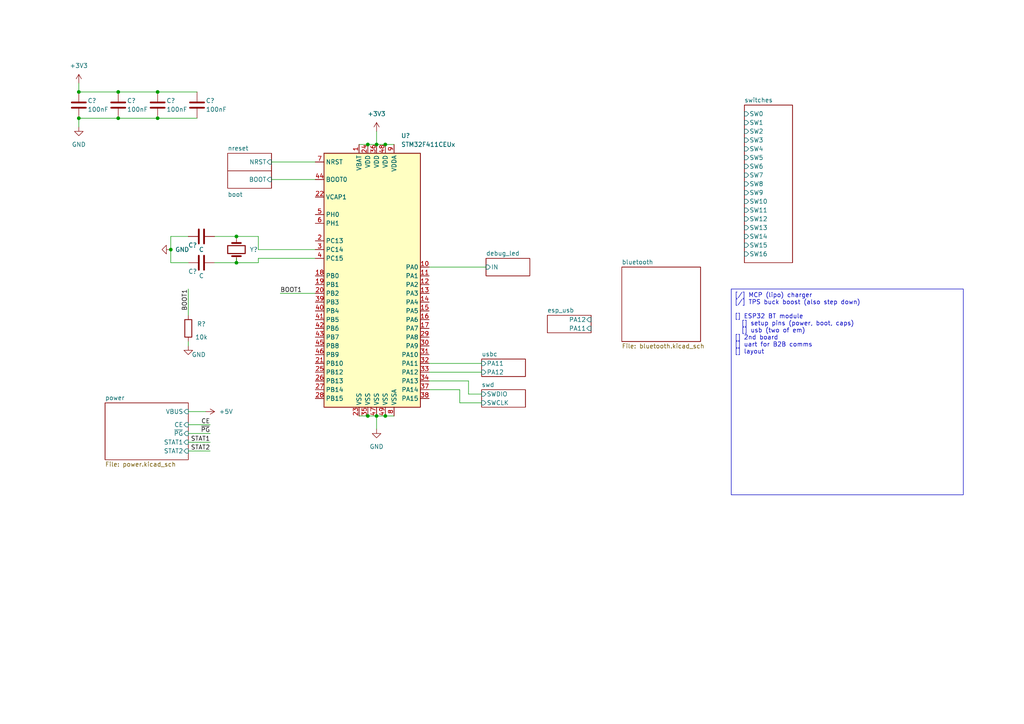
<source format=kicad_sch>
(kicad_sch (version 20230121) (generator eeschema)
  (paper "A4")
  (lib_symbols
    (symbol "Device:C" (pin_numbers hide) (pin_names (offset 0.254))
      (property "Reference" "C" (at 0.635 2.54 0))
      (property "Value" "C" (at 0.635 -2.54 0))
      (symbol "C_0_1"
        (polyline (pts (xy -2.032 -0.762) (xy 2.032 -0.762)) (stroke (width 0.508)))
        (polyline (pts (xy -2.032 0.762) (xy 2.032 0.762)) (stroke (width 0.508)))
      )
      (symbol "C_1_1"
        (pin passive line (at 0 3.81 270) (length 2.794) (name "~") (number "1"))
        (pin passive line (at 0 -3.81 90) (length 2.794) (name "~") (number "2"))
      )
    )
    (symbol "Device:Crystal" (pin_numbers hide) (pin_names (offset 1.016) hide)
      (property "Reference" "Y" (at 0 3.81 0))
      (property "Value" "Crystal" (at 0 -3.81 0))
      (symbol "Crystal_0_1"
        (rectangle (start -1.143 2.54) (end 1.143 -2.54) (stroke (width 0.3048)))
        (polyline (pts (xy -2.54 0) (xy -1.905 0)))
        (polyline (pts (xy -1.905 -1.27) (xy -1.905 1.27)) (stroke (width 0.508)))
        (polyline (pts (xy 1.905 -1.27) (xy 1.905 1.27)) (stroke (width 0.508)))
        (polyline (pts (xy 2.54 0) (xy 1.905 0)))
      )
      (symbol "Crystal_1_1"
        (pin passive line (at -3.81 0 0) (length 1.27) (name "1") (number "1"))
        (pin passive line (at 3.81 0 180) (length 1.27) (name "2") (number "2"))
      )
    )
    (symbol "Device:R" (pin_numbers hide) (pin_names (offset 0))
      (property "Reference" "R" (at 2.032 0 90))
      (property "Value" "R" (at 0 0 90))
      (symbol "R_0_1"
        (rectangle (start -1.016 -2.54) (end 1.016 2.54) (stroke (width 0.254)))
      )
      (symbol "R_1_1"
        (pin passive line (at 0 3.81 270) (length 1.27) (name "~") (number "1"))
        (pin passive line (at 0 -3.81 90) (length 1.27) (name "~") (number "2"))
      )
    )
    (symbol "MCU_ST_STM32F4:STM32F411CEUx"
      (property "Reference" "U" (at -15.24 36.83 0))
      (property "Value" "STM32F411CEUx" (at 7.62 36.83 0))
      (symbol "STM32F411CEUx_0_1"
        (rectangle (start -15.24 -38.1) (end 12.7 35.56) (stroke (width 0.254)) (fill (type background)))
      )
      (symbol "STM32F411CEUx_1_1"
        (pin power_in line (at -5.08 38.1 270) (length 2.54) (name "VBAT") (number "1"))
        (pin bidirectional line (at 15.24 2.54 180) (length 2.54) (name "PA0") (number "10"))
        (pin bidirectional line (at 15.24 0 180) (length 2.54) (name "PA1") (number "11"))
        (pin bidirectional line (at 15.24 -2.54 180) (length 2.54) (name "PA2") (number "12"))
        (pin bidirectional line (at 15.24 -5.08 180) (length 2.54) (name "PA3") (number "13"))
        (pin bidirectional line (at 15.24 -7.62 180) (length 2.54) (name "PA4") (number "14"))
        (pin bidirectional line (at 15.24 -10.16 180) (length 2.54) (name "PA5") (number "15"))
        (pin bidirectional line (at 15.24 -12.7 180) (length 2.54) (name "PA6") (number "16"))
        (pin bidirectional line (at 15.24 -15.24 180) (length 2.54) (name "PA7") (number "17"))
        (pin bidirectional line (at -17.78 0 0) (length 2.54) (name "PB0") (number "18"))
        (pin bidirectional line (at -17.78 -2.54 0) (length 2.54) (name "PB1") (number "19"))
        (pin bidirectional line (at -17.78 10.16 0) (length 2.54) (name "PC13") (number "2"))
        (pin bidirectional line (at -17.78 -5.08 0) (length 2.54) (name "PB2") (number "20"))
        (pin bidirectional line (at -17.78 -25.4 0) (length 2.54) (name "PB10") (number "21"))
        (pin power_in line (at -17.78 22.86 0) (length 2.54) (name "VCAP1") (number "22"))
        (pin power_in line (at -5.08 -40.64 90) (length 2.54) (name "VSS") (number "23"))
        (pin power_in line (at -2.54 38.1 270) (length 2.54) (name "VDD") (number "24"))
        (pin bidirectional line (at -17.78 -27.94 0) (length 2.54) (name "PB12") (number "25"))
        (pin bidirectional line (at -17.78 -30.48 0) (length 2.54) (name "PB13") (number "26"))
        (pin bidirectional line (at -17.78 -33.02 0) (length 2.54) (name "PB14") (number "27"))
        (pin bidirectional line (at -17.78 -35.56 0) (length 2.54) (name "PB15") (number "28"))
        (pin bidirectional line (at 15.24 -17.78 180) (length 2.54) (name "PA8") (number "29"))
        (pin bidirectional line (at -17.78 7.62 0) (length 2.54) (name "PC14") (number "3"))
        (pin bidirectional line (at 15.24 -20.32 180) (length 2.54) (name "PA9") (number "30"))
        (pin bidirectional line (at 15.24 -22.86 180) (length 2.54) (name "PA10") (number "31"))
        (pin bidirectional line (at 15.24 -25.4 180) (length 2.54) (name "PA11") (number "32"))
        (pin bidirectional line (at 15.24 -27.94 180) (length 2.54) (name "PA12") (number "33"))
        (pin bidirectional line (at 15.24 -30.48 180) (length 2.54) (name "PA13") (number "34"))
        (pin power_in line (at -2.54 -40.64 90) (length 2.54) (name "VSS") (number "35"))
        (pin power_in line (at 0 38.1 270) (length 2.54) (name "VDD") (number "36"))
        (pin bidirectional line (at 15.24 -33.02 180) (length 2.54) (name "PA14") (number "37"))
        (pin bidirectional line (at 15.24 -35.56 180) (length 2.54) (name "PA15") (number "38"))
        (pin bidirectional line (at -17.78 -7.62 0) (length 2.54) (name "PB3") (number "39"))
        (pin bidirectional line (at -17.78 5.08 0) (length 2.54) (name "PC15") (number "4"))
        (pin bidirectional line (at -17.78 -10.16 0) (length 2.54) (name "PB4") (number "40"))
        (pin bidirectional line (at -17.78 -12.7 0) (length 2.54) (name "PB5") (number "41"))
        (pin bidirectional line (at -17.78 -15.24 0) (length 2.54) (name "PB6") (number "42"))
        (pin bidirectional line (at -17.78 -17.78 0) (length 2.54) (name "PB7") (number "43"))
        (pin input line (at -17.78 27.94 0) (length 2.54) (name "BOOT0") (number "44"))
        (pin bidirectional line (at -17.78 -20.32 0) (length 2.54) (name "PB8") (number "45"))
        (pin bidirectional line (at -17.78 -22.86 0) (length 2.54) (name "PB9") (number "46"))
        (pin power_in line (at 0 -40.64 90) (length 2.54) (name "VSS") (number "47"))
        (pin power_in line (at 2.54 38.1 270) (length 2.54) (name "VDD") (number "48"))
        (pin power_in line (at 2.54 -40.64 90) (length 2.54) (name "VSS") (number "49"))
        (pin input line (at -17.78 17.78 0) (length 2.54) (name "PH0") (number "5"))
        (pin input line (at -17.78 15.24 0) (length 2.54) (name "PH1") (number "6"))
        (pin input line (at -17.78 33.02 0) (length 2.54) (name "NRST") (number "7"))
        (pin power_in line (at 5.08 -40.64 90) (length 2.54) (name "VSSA") (number "8"))
        (pin power_in line (at 5.08 38.1 270) (length 2.54) (name "VDDA") (number "9"))
      )
    )
    (symbol "power:+3V3" (power) (pin_names (offset 0))
      (property "Value" "+3V3" (at 0 3.556 0))
      (symbol "+3V3_0_1"
        (polyline (pts (xy -0.762 1.27) (xy 0 2.54)))
        (polyline (pts (xy 0 0) (xy 0 2.54)))
        (polyline (pts (xy 0 2.54) (xy 0.762 1.27)))
      )
      (symbol "+3V3_1_1"
        (pin power_in line (at 0 0 90) (length 0) hide (name "+3V3") (number "1"))
      )
    )
    (symbol "power:+5V" (power) (pin_names (offset 0))
      (property "Value" "+5V" (at 0 3.556 0))
      (symbol "+5V_0_1"
        (polyline (pts (xy -0.762 1.27) (xy 0 2.54)))
        (polyline (pts (xy 0 0) (xy 0 2.54)))
        (polyline (pts (xy 0 2.54) (xy 0.762 1.27)))
      )
      (symbol "+5V_1_1"
        (pin power_in line (at 0 0 90) (length 0) hide (name "+5V") (number "1"))
      )
    )
    (symbol "power:GND" (power) (pin_names (offset 0))
      (property "Value" "GND" (at 0 -3.81 0))
      (symbol "GND_0_1"
        (polyline (pts (xy 0 0) (xy 0 -1.27) (xy 1.27 -1.27) (xy 0 -2.54) (xy -1.27 -1.27) (xy 0 -1.27)))
      )
      (symbol "GND_1_1"
        (pin power_in line (at 0 0 270) (length 0) hide (name "GND") (number "1"))
      )
    )
  )
  (junction (at 68.58 76.2))
  (junction (at 49.53 72.39))
  (junction (at 34.29 34.29))
  (junction (at 22.86 26.67))
  (junction (at 45.72 26.67))
  (junction (at 22.86 34.29))
  (junction (at 68.58 68.58))
  (junction (at 106.68 41.91))
  (junction (at 45.72 34.29))
  (junction (at 106.68 120.65))
  (junction (at 111.76 120.65))
  (junction (at 109.22 41.91))
  (junction (at 109.22 120.65))
  (junction (at 111.76 41.91))
  (junction (at 34.29 26.67))
  (wire (pts (xy 45.72 26.67) (xy 57.15 26.67)))
  (wire (pts (xy 62.23 68.58) (xy 68.58 68.58)))
  (wire (pts (xy 104.14 120.65) (xy 106.68 120.65)))
  (wire (pts (xy 109.22 38.1) (xy 109.22 41.91)))
  (wire (pts (xy 74.93 72.39) (xy 74.93 68.58)))
  (wire (pts (xy 124.46 105.41) (xy 139.7 105.41)))
  (wire (pts (xy 22.86 34.29) (xy 34.29 34.29)))
  (wire (pts (xy 54.61 130.81) (xy 60.96 130.81)))
  (wire (pts (xy 135.89 110.49) (xy 135.89 114.3)))
  (wire (pts (xy 111.76 120.65) (xy 114.3 120.65)))
  (wire (pts (xy 22.86 26.67) (xy 34.29 26.67)))
  (wire (pts (xy 133.35 116.84) (xy 139.7 116.84)))
  (wire (pts (xy 49.53 68.58) (xy 54.61 68.58)))
  (wire (pts (xy 106.68 120.65) (xy 109.22 120.65)))
  (wire (pts (xy 74.93 74.93) (xy 91.44 74.93)))
  (wire (pts (xy 133.35 113.03) (xy 133.35 116.84)))
  (wire (pts (xy 34.29 26.67) (xy 45.72 26.67)))
  (wire (pts (xy 78.74 52.07) (xy 91.44 52.07)))
  (wire (pts (xy 124.46 107.95) (xy 139.7 107.95)))
  (wire (pts (xy 109.22 120.65) (xy 109.22 124.46)))
  (wire (pts (xy 54.61 125.73) (xy 60.96 125.73)))
  (wire (pts (xy 124.46 110.49) (xy 135.89 110.49)))
  (wire (pts (xy 78.74 46.99) (xy 91.44 46.99)))
  (wire (pts (xy 74.93 68.58) (xy 68.58 68.58)))
  (wire (pts (xy 106.68 41.91) (xy 109.22 41.91)))
  (wire (pts (xy 74.93 72.39) (xy 91.44 72.39)))
  (wire (pts (xy 22.86 36.83) (xy 22.86 34.29)))
  (wire (pts (xy 49.53 72.39) (xy 49.53 68.58)))
  (wire (pts (xy 22.86 26.67) (xy 22.86 24.13)))
  (wire (pts (xy 49.53 72.39) (xy 49.53 76.2)))
  (wire (pts (xy 104.14 41.91) (xy 106.68 41.91)))
  (wire (pts (xy 109.22 41.91) (xy 111.76 41.91)))
  (wire (pts (xy 111.76 41.91) (xy 114.3 41.91)))
  (wire (pts (xy 45.72 34.29) (xy 57.15 34.29)))
  (wire (pts (xy 68.58 76.2) (xy 74.93 76.2)))
  (wire (pts (xy 74.93 76.2) (xy 74.93 74.93)))
  (wire (pts (xy 54.61 76.2) (xy 49.53 76.2)))
  (wire (pts (xy 54.61 83.82) (xy 54.61 91.44)))
  (wire (pts (xy 54.61 100.33) (xy 54.61 99.06)))
  (wire (pts (xy 81.28 85.09) (xy 91.44 85.09)))
  (wire (pts (xy 109.22 120.65) (xy 111.76 120.65)))
  (wire (pts (xy 54.61 119.38) (xy 59.69 119.38)))
  (wire (pts (xy 124.46 77.47) (xy 140.97 77.47)))
  (wire (pts (xy 54.61 128.27) (xy 60.96 128.27)))
  (wire (pts (xy 135.89 114.3) (xy 139.7 114.3)))
  (wire (pts (xy 54.61 123.19) (xy 60.96 123.19)))
  (wire (pts (xy 124.46 113.03) (xy 133.35 113.03)))
  (wire (pts (xy 34.29 34.29) (xy 45.72 34.29)))
  (wire (pts (xy 68.58 74.93) (xy 68.58 76.2)))
  (wire (pts (xy 62.23 76.2) (xy 68.58 76.2)))
  (text_box "[/] MCP (lipo) charger\n[/] TPS buck boost (also step down)\n    \n[] ESP32 BT module\n  [] setup pins (power, boot, caps)\n  [] usb (two of em)\n[] 2nd board\n[] uart for B2B comms\n[] layout\n\n" (at 212.09 83.82 0) (size 67.31 59.69) (effects (font (size 1.27 1.27)) (justify left top)))
  (label "BOOT1" (at 81.28 85.09 0))
  (label "~{PG}" (at 60.96 125.73 180))
  (label "STAT2" (at 60.96 130.81 180))
  (label "CE" (at 60.96 123.19 180))
  (label "BOOT1" (at 54.61 83.82 270))
  (label "STAT1" (at 60.96 128.27 180))
  (symbol (lib_id "power:GND") (at 109.22 124.46 0) (unit 1)
    (property "Reference" "#PWR?" (effects hide))
    (property "Value" "GND" (at 109.22 129.54 0))
  )
  (symbol (lib_id "power:GND") (at 22.86 36.83 0) (unit 1)
    (property "Reference" "#PWR?" (effects hide))
    (property "Value" "GND" (at 22.86 41.91 0))
  )
  (symbol (lib_id "Device:Crystal") (at 68.58 72.39 270) (unit 1)
    (property "Reference" "Y?" (at 72.39 72.39 90) (effects (justify left)))
    (property "Value" "Crystal" (effects hide))
  )
  (symbol (lib_id "Device:C") (at 22.86 30.48 0) (unit 1)
    (property "Reference" "C?" (at 25.4 29.21 0) (effects (justify left)))
    (property "Value" "100nF" (at 25.4 31.75 0) (effects (justify left)))
  )
  (symbol (lib_id "Device:C") (at 57.15 30.48 0) (unit 1)
    (property "Reference" "C?" (at 59.69 29.21 0) (effects (justify left)))
    (property "Value" "100nF" (at 59.69 31.75 0) (effects (justify left)))
  )
  (symbol (lib_id "Device:C") (at 34.29 30.48 0) (unit 1)
    (property "Reference" "C?" (at 36.83 29.21 0) (effects (justify left)))
    (property "Value" "100nF" (at 36.83 31.75 0) (effects (justify left)))
  )
  (symbol (lib_id "Device:C") (at 45.72 30.48 0) (unit 1)
    (property "Reference" "C?" (at 48.26 29.21 0) (effects (justify left)))
    (property "Value" "100nF" (at 48.26 31.75 0) (effects (justify left)))
  )
  (symbol (lib_id "Device:R") (at 54.61 95.25 180) (unit 1)
    (property "Reference" "R?" (at 58.42 93.98 0))
    (property "Value" "10k" (at 58.42 97.79 0))
  )
  (symbol (lib_id "Device:C") (at 58.42 68.58 90) (unit 1)
    (property "Reference" "C?" (at 55.88 71.12 90))
    (property "Value" "C" (at 58.42 72.39 90))
  )
  (symbol (lib_id "MCU_ST_STM32F4:STM32F411CEUx") (at 109.22 80.01 0) (unit 1)
    (property "Reference" "U?" (at 116.3194 39.37 0) (effects (justify left)))
    (property "Value" "STM32F411CEUx" (at 116.3194 41.91 0) (effects (justify left)))
    (property "Footprint" "Package_DFN_QFN:QFN-48-1EP_7x7mm_P0.5mm_EP5.6x5.6mm" (effects hide))
    (property "Datasheet" "http://www.st.com/st-web-ui/static/active/en/resource/technical/document/datasheet/DM00115249.pdf" (effects hide))
  )
  (symbol (lib_id "power:+5V") (at 59.69 119.38 270) (unit 1)
    (property "Reference" "#PWR01" (effects hide))
    (property "Value" "+5V" (at 63.5 119.38 90) (effects (justify left)))
  )
  (symbol (lib_id "power:+3V3") (at 22.86 24.13 0) (unit 1)
    (property "Reference" "#PWR?" (effects hide))
    (property "Value" "+3V3" (at 22.86 19.05 0))
  )
  (symbol (lib_id "power:+3V3") (at 109.22 38.1 0) (unit 1)
    (property "Reference" "#PWR?" (effects hide))
    (property "Value" "+3V3" (at 109.22 33.02 0))
  )
  (symbol (lib_id "power:GND") (at 49.53 72.39 270) (unit 1)
    (property "Reference" "#PWR?" (effects hide))
    (property "Value" "GND" (at 50.8 72.3899 90) (effects (justify left)))
  )
  (symbol (lib_id "Device:C") (at 58.42 76.2 90) (unit 1)
    (property "Reference" "C?" (at 55.88 78.74 90))
    (property "Value" "C" (at 58.42 80.01 90))
  )
  (symbol (lib_id "power:GND") (at 54.61 100.33 0) (unit 1)
    (property "Reference" "#PWR?" (effects hide))
    (property "Value" "GND" (at 59.69 102.87 0) (effects (justify right)))
  )
  (sheet (at 139.7 113.03) (size 12.7 5.08) (stroke (width 0.1524))
    (property "Sheetname" "swd" (at 139.7 112.3184 0) (effects (justify left bottom)))
    (property "Sheetfile" "swd.kicad_sch" (effects hide))
    (pin "SWDIO" input (at 139.7 114.3 180))
    (pin "SWCLK" input (at 139.7 116.84 180))
  )
  (sheet (at 66.04 44.45) (size 12.7 5.08) (stroke (width 0.1524))
    (property "Sheetname" "nreset" (at 66.04 43.7384 0) (effects (justify left bottom)))
    (property "Sheetfile" "nreset.kicad_sch" (effects hide))
    (pin "NRST" input (at 78.74 46.99 0))
  )
  (sheet (at 158.75 91.44) (size 12.7 5.08) (stroke (width 0.1524))
    (property "Sheetname" "esp_usb" (at 158.75 90.7284 0) (effects (justify left bottom)))
    (property "Sheetfile" "usbc.kicad_sch" (effects hide))
    (pin "PA11" input (at 171.45 95.25 0))
    (pin "PA12" input (at 171.45 92.71 0))
  )
  (sheet (at 215.9 30.48) (size 13.97 45.72) (stroke (width 0.1524))
    (property "Sheetname" "switches" (at 215.9 29.7684 0) (effects (justify left bottom)))
    (property "Sheetfile" "switches.kicad_sch" (effects hide))
    (pin "SW7" input (at 215.9 50.8 180))
    (pin "SW9" input (at 215.9 55.88 180))
    (pin "SW8" input (at 215.9 53.34 180))
    (pin "SW16" input (at 215.9 73.66 180))
    (pin "SW14" input (at 215.9 68.58 180))
    (pin "SW15" input (at 215.9 71.12 180))
    (pin "SW13" input (at 215.9 66.04 180))
    (pin "SW5" input (at 215.9 45.72 180))
    (pin "SW4" input (at 215.9 43.18 180))
    (pin "SW6" input (at 215.9 48.26 180))
    (pin "SW3" input (at 215.9 40.64 180))
    (pin "SW11" input (at 215.9 60.96 180))
    (pin "SW12" input (at 215.9 63.5 180))
    (pin "SW10" input (at 215.9 58.42 180))
    (pin "SW1" input (at 215.9 35.56 180))
    (pin "SW0" input (at 215.9 33.02 180))
    (pin "SW2" input (at 215.9 38.1 180))
  )
  (sheet (at 30.48 116.84) (size 24.13 16.51) (stroke (width 0.1524))
    (property "Sheetname" "power" (at 30.48 116.1284 0) (effects (justify left bottom)))
    (property "Sheetfile" "power.kicad_sch" (at 30.48 133.9346 0) (effects (justify left top)))
    (pin "VBUS" input (at 54.61 119.38 0))
    (pin "STAT2" input (at 54.61 130.81 0))
    (pin "STAT1" input (at 54.61 128.27 0))
    (pin "~{PG}" input (at 54.61 125.73 0))
    (pin "CE" input (at 54.61 123.19 0))
  )
  (sheet (at 180.34 77.47) (size 22.86 21.59) (stroke (width 0.1524))
    (property "Sheetname" "bluetooth" (at 180.34 76.7584 0) (effects (justify left bottom)))
    (property "Sheetfile" "bluetooth.kicad_sch" (at 180.34 99.6446 0) (effects (justify left top)))
  )
  (sheet (at 139.7 104.14) (size 12.7 5.08) (stroke (width 0.1524))
    (property "Sheetname" "usbc" (at 139.7 103.4284 0) (effects (justify left bottom)))
    (property "Sheetfile" "usbc.kicad_sch" (effects hide))
    (pin "PA11" input (at 139.7 105.41 180))
    (pin "PA12" input (at 139.7 107.95 180))
  )
  (sheet (at 66.04 49.53) (size 12.7 5.08) (stroke (width 0.1524))
    (property "Sheetname" "boot" (at 66.04 57.15 0) (effects (justify left bottom)))
    (property "Sheetfile" "boot.kicad_sch" (effects hide))
    (pin "BOOT" input (at 78.74 52.07 0))
  )
  (sheet (at 140.97 74.93) (size 12.7 5.08) (stroke (width 0.1524))
    (property "Sheetname" "debug_led" (at 140.97 74.2184 0) (effects (justify left bottom)))
    (property "Sheetfile" "debug_led.kicad_sch" (effects hide))
    (pin "IN" input (at 140.97 77.47 180))
  )
)
</source>
